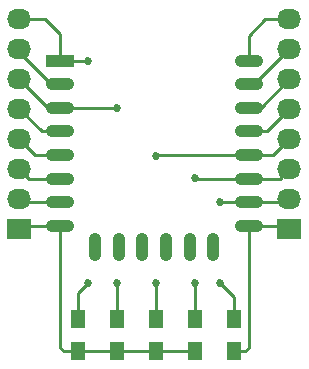
<source format=gtl>
G04 #@! TF.FileFunction,Copper,L1,Top,Signal*
%FSLAX46Y46*%
G04 Gerber Fmt 4.6, Leading zero omitted, Abs format (unit mm)*
G04 Created by KiCad (PCBNEW 4.0.5-e0-6337~49~ubuntu16.04.1) date Tue Jan  3 21:15:41 2017*
%MOMM*%
%LPD*%
G01*
G04 APERTURE LIST*
%ADD10C,0.100000*%
%ADD11O,1.100000X2.400000*%
%ADD12R,2.400000X1.100000*%
%ADD13O,2.400000X1.100000*%
%ADD14R,1.300000X1.500000*%
%ADD15R,2.032000X1.727200*%
%ADD16O,2.032000X1.727200*%
%ADD17C,0.685800*%
%ADD18C,0.254000*%
G04 APERTURE END LIST*
D10*
D11*
X151199000Y-120855200D03*
X153199000Y-120855200D03*
X155199000Y-120855200D03*
X157199000Y-120855200D03*
X159199000Y-120855200D03*
X161199000Y-120855200D03*
D12*
X148209000Y-105105200D03*
D13*
X148209000Y-107105200D03*
X148209000Y-109105200D03*
X148209000Y-111105200D03*
X148209000Y-113105200D03*
X148209000Y-115105200D03*
X148209000Y-117105200D03*
X148209000Y-119105200D03*
X164209000Y-119105200D03*
X164209000Y-117105200D03*
X164209000Y-115105200D03*
X164209000Y-113105200D03*
X164209000Y-111105200D03*
X164209000Y-109105200D03*
X164209000Y-107105200D03*
X164209000Y-105105200D03*
D14*
X149758400Y-129721600D03*
X149758400Y-127021600D03*
X153060400Y-129721600D03*
X153060400Y-127021600D03*
X156362400Y-129721600D03*
X156362400Y-127021600D03*
X159664400Y-129721600D03*
X159664400Y-127021600D03*
X162966400Y-129721600D03*
X162966400Y-127021600D03*
D15*
X167640000Y-119380000D03*
D16*
X167640000Y-116840000D03*
X167640000Y-114300000D03*
X167640000Y-111760000D03*
X167640000Y-109220000D03*
X167640000Y-106680000D03*
X167640000Y-104140000D03*
X167640000Y-101600000D03*
D15*
X144780000Y-119380000D03*
D16*
X144780000Y-116840000D03*
X144780000Y-114300000D03*
X144780000Y-111760000D03*
X144780000Y-109220000D03*
X144780000Y-106680000D03*
X144780000Y-104140000D03*
X144780000Y-101600000D03*
D17*
X153035000Y-123952000D03*
X153035000Y-109093000D03*
X161798000Y-123952000D03*
X161798000Y-117094000D03*
X159639000Y-123952000D03*
X159639000Y-115062000D03*
X156337000Y-123952000D03*
X156337000Y-113157000D03*
X150622000Y-123952000D03*
X150622000Y-105156000D03*
D18*
X148209000Y-117105200D02*
X145045200Y-117105200D01*
X145045200Y-117105200D02*
X144780000Y-116840000D01*
X148209000Y-115105200D02*
X145585200Y-115105200D01*
X145585200Y-115105200D02*
X144780000Y-114300000D01*
X148209000Y-113105200D02*
X146125200Y-113105200D01*
X146125200Y-113105200D02*
X144780000Y-111760000D01*
X148209000Y-111105200D02*
X146665200Y-111105200D01*
X146665200Y-111105200D02*
X144780000Y-109220000D01*
X148209000Y-109105200D02*
X153022800Y-109105200D01*
X153060400Y-123977400D02*
X153060400Y-127021600D01*
X153035000Y-123952000D02*
X153060400Y-123977400D01*
X153022800Y-109105200D02*
X153035000Y-109093000D01*
X148209000Y-109105200D02*
X147205200Y-109105200D01*
X147205200Y-109105200D02*
X144780000Y-106680000D01*
X148209000Y-107105200D02*
X147491200Y-107105200D01*
X147491200Y-107105200D02*
X144780000Y-104394000D01*
X144780000Y-104394000D02*
X144780000Y-104140000D01*
X149758400Y-129721600D02*
X153060400Y-129721600D01*
X153060400Y-129721600D02*
X156362400Y-129721600D01*
X156362400Y-129721600D02*
X159664400Y-129721600D01*
X148209000Y-119105200D02*
X148209000Y-129413000D01*
X148517600Y-129721600D02*
X149758400Y-129721600D01*
X148209000Y-129413000D02*
X148517600Y-129721600D01*
X148209000Y-119105200D02*
X145054800Y-119105200D01*
X145054800Y-119105200D02*
X144780000Y-119380000D01*
X164209000Y-117105200D02*
X161809200Y-117105200D01*
X162966400Y-125120400D02*
X162966400Y-127021600D01*
X161798000Y-123952000D02*
X162966400Y-125120400D01*
X161809200Y-117105200D02*
X161798000Y-117094000D01*
X164209000Y-117105200D02*
X167374800Y-117105200D01*
X167374800Y-117105200D02*
X167640000Y-116840000D01*
X164209000Y-115105200D02*
X159682200Y-115105200D01*
X159664400Y-123977400D02*
X159664400Y-127021600D01*
X159639000Y-123952000D02*
X159664400Y-123977400D01*
X159682200Y-115105200D02*
X159639000Y-115062000D01*
X164209000Y-115105200D02*
X166834800Y-115105200D01*
X166834800Y-115105200D02*
X167640000Y-114300000D01*
X164209000Y-113105200D02*
X156388800Y-113105200D01*
X156362400Y-123977400D02*
X156362400Y-127021600D01*
X156337000Y-123952000D02*
X156362400Y-123977400D01*
X156388800Y-113105200D02*
X156337000Y-113157000D01*
X164209000Y-113105200D02*
X166294800Y-113105200D01*
X166294800Y-113105200D02*
X167640000Y-111760000D01*
X164209000Y-111105200D02*
X165754800Y-111105200D01*
X165754800Y-111105200D02*
X167640000Y-109220000D01*
X164209000Y-109105200D02*
X165214800Y-109105200D01*
X165214800Y-109105200D02*
X167640000Y-106680000D01*
X164209000Y-107105200D02*
X164674800Y-107105200D01*
X164674800Y-107105200D02*
X167640000Y-104140000D01*
X164209000Y-119105200D02*
X164209000Y-129411000D01*
X163898400Y-129721600D02*
X162966400Y-129721600D01*
X164209000Y-129411000D02*
X163898400Y-129721600D01*
X164209000Y-119105200D02*
X167365200Y-119105200D01*
X167365200Y-119105200D02*
X167640000Y-119380000D01*
X148209000Y-105105200D02*
X150571200Y-105105200D01*
X149758400Y-124815600D02*
X149758400Y-127021600D01*
X150622000Y-123952000D02*
X149758400Y-124815600D01*
X150571200Y-105105200D02*
X150622000Y-105156000D01*
X148209000Y-105105200D02*
X148209000Y-102870000D01*
X146939000Y-101600000D02*
X144780000Y-101600000D01*
X148209000Y-102870000D02*
X146939000Y-101600000D01*
X164209000Y-105105200D02*
X164209000Y-102995000D01*
X165604000Y-101600000D02*
X167640000Y-101600000D01*
X164209000Y-102995000D02*
X165604000Y-101600000D01*
M02*

</source>
